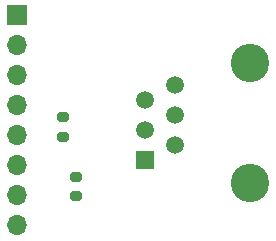
<source format=gbr>
%TF.GenerationSoftware,KiCad,Pcbnew,5.99.0-1.20210520gite8102d8.fc34*%
%TF.CreationDate,2021-05-24T16:10:21-07:00*%
%TF.ProjectId,ST_to_MEGA,53545f74-6f5f-44d4-9547-412e6b696361,rev?*%
%TF.SameCoordinates,Original*%
%TF.FileFunction,Soldermask,Top*%
%TF.FilePolarity,Negative*%
%FSLAX46Y46*%
G04 Gerber Fmt 4.6, Leading zero omitted, Abs format (unit mm)*
G04 Created by KiCad (PCBNEW 5.99.0-1.20210520gite8102d8.fc34) date 2021-05-24 16:10:21*
%MOMM*%
%LPD*%
G01*
G04 APERTURE LIST*
G04 Aperture macros list*
%AMRoundRect*
0 Rectangle with rounded corners*
0 $1 Rounding radius*
0 $2 $3 $4 $5 $6 $7 $8 $9 X,Y pos of 4 corners*
0 Add a 4 corners polygon primitive as box body*
4,1,4,$2,$3,$4,$5,$6,$7,$8,$9,$2,$3,0*
0 Add four circle primitives for the rounded corners*
1,1,$1+$1,$2,$3*
1,1,$1+$1,$4,$5*
1,1,$1+$1,$6,$7*
1,1,$1+$1,$8,$9*
0 Add four rect primitives between the rounded corners*
20,1,$1+$1,$2,$3,$4,$5,0*
20,1,$1+$1,$4,$5,$6,$7,0*
20,1,$1+$1,$6,$7,$8,$9,0*
20,1,$1+$1,$8,$9,$2,$3,0*%
G04 Aperture macros list end*
%ADD10RoundRect,0.200000X-0.275000X0.200000X-0.275000X-0.200000X0.275000X-0.200000X0.275000X0.200000X0*%
%ADD11RoundRect,0.200000X0.275000X-0.200000X0.275000X0.200000X-0.275000X0.200000X-0.275000X-0.200000X0*%
%ADD12O,1.700000X1.700000*%
%ADD13R,1.700000X1.700000*%
%ADD14R,1.520000X1.520000*%
%ADD15C,3.250000*%
%ADD16C,1.520000*%
G04 APERTURE END LIST*
D10*
%TO.C,R2*%
X135800000Y-93285000D03*
X135800000Y-94935000D03*
%TD*%
D11*
%TO.C,R1*%
X134700000Y-89935000D03*
X134700000Y-88285000D03*
%TD*%
D12*
%TO.C,J2*%
X130810000Y-97405000D03*
X130810000Y-94865000D03*
X130810000Y-92325000D03*
X130810000Y-89785000D03*
X130810000Y-87245000D03*
X130810000Y-84705000D03*
X130810000Y-82165000D03*
D13*
X130810000Y-79625000D03*
%TD*%
D14*
%TO.C,J1*%
X141700000Y-91920000D03*
D15*
X150590000Y-93830000D03*
D16*
X144240000Y-90650000D03*
X141700000Y-89380000D03*
X144240000Y-88110000D03*
X141700000Y-86840000D03*
X144240000Y-85570000D03*
D15*
X150590000Y-83670000D03*
%TD*%
M02*

</source>
